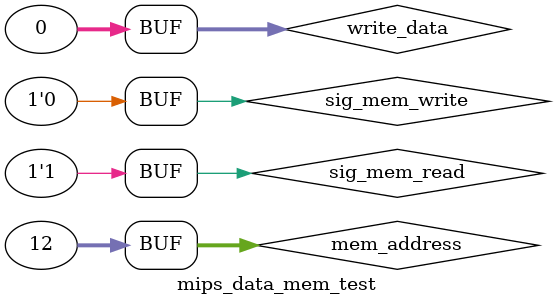
<source format=v>

module mips_data_mem_test();

  wire [31:0] read_data;
  reg [31:0] mem_address;
  reg [31:0] write_data;
  reg sig_mem_read;
  reg sig_mem_write;

  mips_data_mem memTest(read_data,mem_address,write_data,sig_mem_read,sig_mem_write);

  initial begin
    $display("Data Memory Test");
    $monitor("\nTime:%3d|-->mem_address:%32b sigRead:%1b, sigWrite:%1b\n\t|-->write_data :%32b\n\t|-->read_data  :%32b"
        ,$time,mem_address,sig_mem_read,sig_mem_write,write_data,read_data);
    sig_mem_read=0;
    sig_mem_write=0;
    mem_address=0;
    write_data=0;
    #20;
    sig_mem_read=1;
    sig_mem_write=0;
    mem_address=0;
    write_data=0;
    #20;
    sig_mem_read=1;
    sig_mem_write=0;
    mem_address=4;
    write_data=0;
    #20;
    sig_mem_read=0;
    sig_mem_write=1;
    mem_address=4;
    write_data=12;
    #20;
    sig_mem_read=1;
    sig_mem_write=0;
    mem_address=4;
    write_data=0;
    #20;
    sig_mem_read=1;
    sig_mem_write=0;
    mem_address=8;
    write_data=0;
    #20;
    sig_mem_read=0;
    sig_mem_write=1;
    mem_address=12;
    write_data=955;
    #20;
    sig_mem_read=1;
    sig_mem_write=0;
    mem_address=12;
    write_data=0;
    #20;
  end



endmodule

</source>
